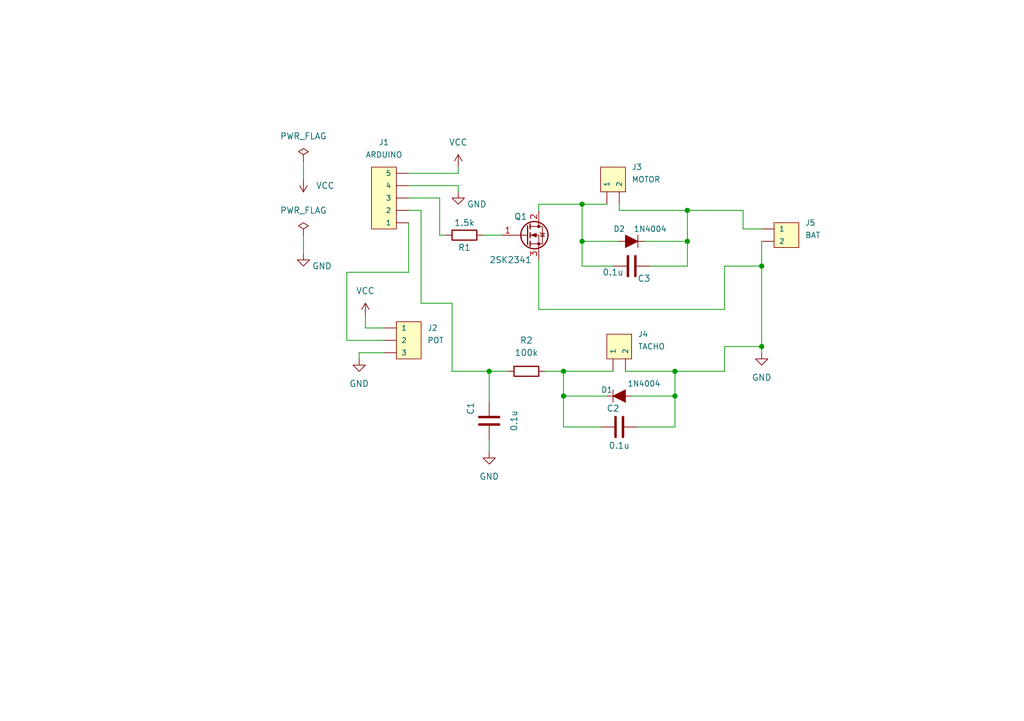
<source format=kicad_sch>
(kicad_sch (version 20211123) (generator eeschema)
  (paper "A5")
  (title_block (title "Test PCB") (date "2022-05-15"))
  (lib_symbols
    (symbol "Device:C" (pin_numbers hide) (pin_names (offset 0.254))
      (property "Reference" "C" (at 0.635 2.54 0))
      (property "Value" "C" (at 0.635 -2.54 0))
      (symbol "C_0_1"
        (polyline (pts (xy -2.032 -0.762) (xy 2.032 -0.762)) (stroke (width 0.508)))
        (polyline (pts (xy -2.032 0.762) (xy 2.032 0.762)) (stroke (width 0.508)))
      )
      (symbol "C_1_1"
        (pin passive line (at 0 3.81 270) (length 2.794) (name "~") (number "1"))
        (pin passive line (at 0 -3.81 90) (length 2.794) (name "~") (number "2"))
      )
    )
    (symbol "Device:R" (pin_numbers hide) (pin_names (offset 0))
      (property "Reference" "R" (at 2.032 0 90))
      (property "Value" "R" (at 0 0 90))
      (symbol "R_0_1"
        (rectangle (start -1.016 -2.54) (end 1.016 2.54) (stroke (width 0.254)))
      )
      (symbol "R_1_1"
        (pin passive line (at 0 3.81 270) (length 1.27) (name "~") (number "1"))
        (pin passive line (at 0 -3.81 90) (length 1.27) (name "~") (number "2"))
      )
    )
    (symbol "SparkFun-Connectors:CONN_02" (pin_numbers hide) (pin_names (offset 1.016))
      (property "Reference" "J" (at -5.08 5.08 0))
      (property "Value" "CONN_02" (at -5.08 -3.81 0))
      (property "Field4" "XXX-00000" (at 0 7.62 0))
      (symbol "CONN_02_1_0"
        (rectangle (start 0 -1.27) (end -5.08 3.81) (fill (type background)))
      )
      (symbol "CONN_02_1_1"
        (pin passive line (at 2.54 0 180) (length 2.54) (name "1") (number "1"))
        (pin passive line (at 2.54 2.54 180) (length 2.54) (name "2") (number "2"))
      )
    )
    (symbol "SparkFun-Connectors:CONN_03" (pin_numbers hide) (pin_names (offset 1.016))
      (property "Reference" "J" (at -5.08 7.62 0))
      (property "Value" "CONN_03" (at -5.08 -3.81 0))
      (property "Field4" "XXX-00000" (at 0 11.43 0))
      (symbol "CONN_03_0_1"
        (rectangle (start 0 -1.27) (end -5.08 6.35) (fill (type background)))
      )
      (symbol "CONN_03_1_1"
        (pin passive line (at 2.54 0 180) (length 2.54) (name "1") (number "1"))
        (pin passive line (at 2.54 2.54 180) (length 2.54) (name "2") (number "2"))
        (pin passive line (at 2.54 5.08 180) (length 2.54) (name "3") (number "3"))
      )
    )
    (symbol "SparkFun-Connectors:CONN_05" (pin_numbers hide) (pin_names (offset 1.016))
      (property "Reference" "J" (at -5.08 12.7 0))
      (property "Value" "CONN_05" (at -5.08 -3.81 0))
      (property "Field4" "XXX-00000" (at 0 16.51 0))
      (symbol "CONN_05_0_1"
        (rectangle (start 0 -1.27) (end -5.08 11.43) (fill (type background)))
      )
      (symbol "CONN_05_1_1"
        (pin passive line (at 2.54 0 180) (length 2.54) (name "1") (number "1"))
        (pin passive line (at 2.54 2.54 180) (length 2.54) (name "2") (number "2"))
        (pin passive line (at 2.54 5.08 180) (length 2.54) (name "3") (number "3"))
        (pin passive line (at 2.54 7.62 180) (length 2.54) (name "4") (number "4"))
        (pin passive line (at 2.54 10.16 180) (length 2.54) (name "5") (number "5"))
      )
    )
    (symbol "SparkFun-DiscreteSemi:DIODE-1N4148" (pin_numbers hide) (pin_names (offset 1.016) hide)
      (property "Reference" "D" (at -2.54 2.54 0))
      (property "Value" "DIODE-1N4148" (at -2.54 -3.81 0))
      (property "Field4" "DIO-08378" (at 0 6.35 0))
      (symbol "DIODE-1N4148_1_0"
        (polyline (pts (xy -2.54 0) (xy -1.27 0)))
        (polyline (pts (xy 1.27 0) (xy 1.27 -1.27)))
        (polyline (pts (xy 1.27 1.27) (xy 1.27 0)))
        (polyline (pts (xy 2.54 0) (xy 1.27 0)))
      )
      (symbol "DIODE-1N4148_1_1"
        (polyline (pts (xy -1.27 1.27) (xy 1.27 0) (xy 1.27 0) (xy -1.27 -1.27) (xy -1.27 -1.27) (xy -1.27 1.27)) (fill (type outline)))
        (pin passive line (at -2.54 0 0) (length 0) (name "A") (number "A"))
        (pin passive line (at 2.54 0 180) (length 0) (name "C") (number "C"))
      )
    )
    (symbol "Transistor_FET:IRF740" (pin_names hide)
      (property "Reference" "Q" (at 6.35 1.905 0))
      (property "Value" "IRF740" (at 6.35 0 0))
      (symbol "IRF740_0_1"
        (polyline (pts (xy 0.254 0) (xy -2.54 0)))
        (polyline (pts (xy 0.254 1.905) (xy 0.254 -1.905)) (stroke (width 0.254)))
        (polyline (pts (xy 0.762 -1.27) (xy 0.762 -2.286)) (stroke (width 0.254)))
        (polyline (pts (xy 0.762 0.508) (xy 0.762 -0.508)) (stroke (width 0.254)))
        (polyline (pts (xy 0.762 2.286) (xy 0.762 1.27)) (stroke (width 0.254)))
        (polyline (pts (xy 2.54 2.54) (xy 2.54 1.778)))
        (polyline (pts (xy 2.54 -2.54) (xy 2.54 0) (xy 0.762 0)))
        (polyline (pts (xy 0.762 -1.778) (xy 3.302 -1.778) (xy 3.302 1.778) (xy 0.762 1.778)))
        (polyline (pts (xy 1.016 0) (xy 2.032 0.381) (xy 2.032 -0.381) (xy 1.016 0)) (fill (type outline)))
        (polyline (pts (xy 2.794 0.508) (xy 2.921 0.381) (xy 3.683 0.381) (xy 3.81 0.254)))
        (polyline (pts (xy 3.302 0.381) (xy 2.921 -0.254) (xy 3.683 -0.254) (xy 3.302 0.381)))
        (circle (center 1.651 0) (radius 2.794) (stroke (width 0.254)))
        (circle (center 2.54 -1.778) (radius 0.254) (fill (type outline)))
        (circle (center 2.54 1.778) (radius 0.254) (fill (type outline)))
      )
      (symbol "IRF740_1_1"
        (pin input line (at -5.08 0 0) (length 2.54) (name "G") (number "1"))
        (pin passive line (at 2.54 5.08 270) (length 2.54) (name "D") (number "2"))
        (pin passive line (at 2.54 -5.08 90) (length 2.54) (name "S") (number "3"))
      )
    )
    (symbol "power:GND" (power) (pin_names (offset 0))
      (property "Value" "GND" (at 0 -3.81 0))
      (symbol "GND_0_1"
        (polyline (pts (xy 0 0) (xy 0 -1.27) (xy 1.27 -1.27) (xy 0 -2.54) (xy -1.27 -1.27) (xy 0 -1.27)))
      )
      (symbol "GND_1_1"
        (pin power_in line (at 0 0 270) (length 0) hide (name "GND") (number "1"))
      )
    )
    (symbol "power:PWR_FLAG" (power) (pin_numbers hide) (pin_names (offset 0) hide)
      (property "Value" "PWR_FLAG" (at 0 3.81 0))
      (symbol "PWR_FLAG_0_0"
        (pin power_out line (at 0 0 90) (length 0) (name "pwr") (number "1"))
      )
      (symbol "PWR_FLAG_0_1"
        (polyline (pts (xy 0 0) (xy 0 1.27) (xy -1.016 1.905) (xy 0 2.54) (xy 1.016 1.905) (xy 0 1.27)))
      )
    )
    (symbol "power:VCC" (power) (pin_names (offset 0))
      (property "Value" "VCC" (at 0 3.81 0))
      (symbol "VCC_0_1"
        (polyline (pts (xy -0.762 1.27) (xy 0 2.54)))
        (polyline (pts (xy 0 0) (xy 0 2.54)))
        (polyline (pts (xy 0 2.54) (xy 0.762 1.27)))
      )
      (symbol "VCC_1_1"
        (pin power_in line (at 0 0 90) (length 0) hide (name "VCC") (number "1"))
      )
    )
  )
  (junction (at 138.43 81.28))
  (junction (at 115.57 76.2))
  (junction (at 119.38 41.91))
  (junction (at 156.21 71.12))
  (junction (at 140.97 43.18))
  (junction (at 100.33 76.2))
  (junction (at 119.38 49.53))
  (junction (at 138.43 76.2))
  (junction (at 115.57 81.28))
  (junction (at 140.97 49.53))
  (junction (at 156.21 54.61))
  (wire (pts (xy 62.23 33.02) (xy 62.23 36.83)))
  (wire (pts (xy 125.73 54.61) (xy 119.38 54.61)))
  (wire (pts (xy 140.97 43.18) (xy 140.97 49.53)))
  (wire (pts (xy 138.43 76.2) (xy 138.43 81.28)))
  (wire (pts (xy 93.98 34.29) (xy 93.98 35.56)))
  (wire (pts (xy 90.17 48.26) (xy 91.44 48.26)))
  (wire (pts (xy 83.82 38.1) (xy 93.98 38.1)))
  (wire (pts (xy 86.36 43.18) (xy 86.36 62.23)))
  (wire (pts (xy 119.38 41.91) (xy 119.38 49.53)))
  (wire (pts (xy 138.43 76.2) (xy 148.59 76.2)))
  (wire (pts (xy 110.49 41.91) (xy 110.49 43.18)))
  (wire (pts (xy 93.98 35.56) (xy 83.82 35.56)))
  (wire (pts (xy 83.82 45.72) (xy 83.82 55.88)))
  (wire (pts (xy 152.4 43.18) (xy 152.4 46.99)))
  (wire (pts (xy 110.49 53.34) (xy 110.49 63.5)))
  (wire (pts (xy 124.46 81.28) (xy 115.57 81.28)))
  (wire (pts (xy 93.98 38.1) (xy 93.98 39.37)))
  (wire (pts (xy 99.06 48.26) (xy 102.87 48.26)))
  (wire (pts (xy 73.66 72.39) (xy 78.74 72.39)))
  (wire (pts (xy 156.21 49.53) (xy 156.21 54.61)))
  (wire (pts (xy 100.33 82.55) (xy 100.33 76.2)))
  (wire (pts (xy 92.71 76.2) (xy 100.33 76.2)))
  (wire (pts (xy 115.57 87.63) (xy 123.19 87.63)))
  (wire (pts (xy 156.21 71.12) (xy 156.21 72.39)))
  (wire (pts (xy 90.17 40.64) (xy 90.17 48.26)))
  (wire (pts (xy 62.23 48.26) (xy 62.23 52.07)))
  (wire (pts (xy 125.73 76.2) (xy 115.57 76.2)))
  (wire (pts (xy 128.27 76.2) (xy 138.43 76.2)))
  (wire (pts (xy 138.43 87.63) (xy 138.43 81.28)))
  (wire (pts (xy 124.46 41.91) (xy 119.38 41.91)))
  (wire (pts (xy 111.76 76.2) (xy 115.57 76.2)))
  (wire (pts (xy 148.59 76.2) (xy 148.59 71.12)))
  (wire (pts (xy 133.35 54.61) (xy 140.97 54.61)))
  (wire (pts (xy 132.08 49.53) (xy 140.97 49.53)))
  (wire (pts (xy 130.81 87.63) (xy 138.43 87.63)))
  (wire (pts (xy 73.66 73.66) (xy 73.66 72.39)))
  (wire (pts (xy 71.12 55.88) (xy 83.82 55.88)))
  (wire (pts (xy 148.59 71.12) (xy 156.21 71.12)))
  (wire (pts (xy 127 49.53) (xy 119.38 49.53)))
  (wire (pts (xy 83.82 40.64) (xy 90.17 40.64)))
  (wire (pts (xy 127 41.91) (xy 127 43.18)))
  (wire (pts (xy 115.57 76.2) (xy 115.57 81.28)))
  (wire (pts (xy 100.33 76.2) (xy 104.14 76.2)))
  (wire (pts (xy 152.4 46.99) (xy 156.21 46.99)))
  (wire (pts (xy 140.97 43.18) (xy 152.4 43.18)))
  (wire (pts (xy 140.97 49.53) (xy 140.97 54.61)))
  (wire (pts (xy 119.38 41.91) (xy 110.49 41.91)))
  (wire (pts (xy 78.74 69.85) (xy 71.12 69.85)))
  (wire (pts (xy 86.36 62.23) (xy 92.71 62.23)))
  (wire (pts (xy 71.12 69.85) (xy 71.12 55.88)))
  (wire (pts (xy 119.38 49.53) (xy 119.38 54.61)))
  (wire (pts (xy 115.57 81.28) (xy 115.57 87.63)))
  (wire (pts (xy 156.21 54.61) (xy 156.21 71.12)))
  (wire (pts (xy 148.59 63.5) (xy 148.59 54.61)))
  (wire (pts (xy 74.93 67.31) (xy 74.93 64.77)))
  (wire (pts (xy 148.59 54.61) (xy 156.21 54.61)))
  (wire (pts (xy 127 43.18) (xy 140.97 43.18)))
  (wire (pts (xy 129.54 81.28) (xy 138.43 81.28)))
  (wire (pts (xy 83.82 43.18) (xy 86.36 43.18)))
  (wire (pts (xy 110.49 63.5) (xy 148.59 63.5)))
  (wire (pts (xy 78.74 67.31) (xy 74.93 67.31)))
  (wire (pts (xy 100.33 90.17) (xy 100.33 92.71)))
  (wire (pts (xy 92.71 62.23) (xy 92.71 76.2)))
  (symbol (lib_id "Device:R") (at 107.95 76.2 90) (unit 1)
    (property "Reference" "R2" (at 107.95 69.85 90))
    (property "Value" "100k" (at 107.95 72.39 90))
    (property "Footprint" "Resistor_THT:R_Axial_DIN0204_L3.6mm_D1.6mm_P5.08mm_Horizontal" (effects hide))
  )
  (symbol (lib_id "Device:R") (at 95.25 48.26 90) (unit 1)
    (property "Reference" "R1" (at 95.25 50.8 90))
    (property "Value" "1.5k" (at 95.25 45.72 90))
    (property "Footprint" "Resistor_THT:R_Axial_DIN0204_L3.6mm_D1.6mm_P5.08mm_Horizontal" (effects hide))
  )
  (symbol (lib_id "Transistor_FET:IRF740") (at 107.95 48.26 0) (unit 1)
    (property "Reference" "Q1" (at 105.41 44.45 0) (effects (justify left)))
    (property "Value" "2SK2341" (at 100.33 53.34 0) (effects (justify left)))
    (property "Footprint" "Package_TO_SOT_THT:TO-220-3_Vertical" (effects hide))
    (property "Datasheet" "http://www.vishay.com/docs/91054/91054.pdf" (effects hide))
  )
  (symbol (lib_id "SparkFun-Connectors:CONN_02") (at 158.75 46.99 180) (unit 1)
    (property "Reference" "J5" (at 165.1 45.72 0) (effects (font (size 1.143 1.143)) (justify right)))
    (property "Value" "BAT" (at 165.1 48.26 0) (effects (font (size 1.143 1.143)) (justify right)))
    (property "Footprint" "Connector_PinHeader_2.54mm:PinHeader_1x02_P2.54mm_Vertical" (effects hide))
    (property "Field4" "XXX-00000" (effects hide))
  )
  (symbol (lib_id "power:GND") (at 93.98 39.37 0) (unit 1)
    (property "Reference" "#PWR06" (effects hide))
    (property "Value" "GND" (at 97.79 41.91 0))
  )
  (symbol (lib_id "power:GND") (at 156.21 72.39 0) (unit 1)
    (property "Reference" "#PWR08" (effects hide))
    (property "Value" "GND" (at 156.21 77.47 0))
  )
  (symbol (lib_id "power:VCC") (at 93.98 34.29 0) (unit 1)
    (property "Reference" "#PWR05" (effects hide))
    (property "Value" "VCC" (at 93.98 29.21 0))
  )
  (symbol (lib_id "power:VCC") (at 62.23 36.83 180) (unit 1)
    (property "Reference" "#PWR01" (effects hide))
    (property "Value" "VCC" (at 64.77 38.0999 0) (effects (justify right)))
  )
  (symbol (lib_id "SparkFun-Connectors:CONN_02") (at 124.46 39.37 270) (unit 1)
    (property "Reference" "J3" (at 129.54 34.29 90) (effects (font (size 1.143 1.143)) (justify left)))
    (property "Value" "MOTOR" (at 129.54 36.83 90) (effects (font (size 1.143 1.143)) (justify left)))
    (property "Footprint" "Connector_PinHeader_2.54mm:PinHeader_1x02_P2.54mm_Vertical" (effects hide))
    (property "Field4" "XXX-00000" (effects hide))
  )
  (symbol (lib_id "Device:C") (at 100.33 86.36 0) (unit 1)
    (property "Reference" "C1" (at 96.52 83.82 90))
    (property "Value" "0.1u" (at 105.41 86.36 90))
    (property "Footprint" "Capacitor_THT:C_Axial_L3.8mm_D2.6mm_P7.50mm_Horizontal" (effects hide))
  )
  (symbol (lib_id "SparkFun-DiscreteSemi:DIODE-1N4148") (at 127 81.28 180) (unit 1)
    (property "Reference" "D1" (at 124.46 80.01 0) (effects (font (size 1.143 1.143))))
    (property "Value" "1N4004" (at 132.08 78.74 0) (effects (font (size 1.143 1.143))))
    (property "Footprint" "Silicon-Custom:DIODE-1N4148" (effects hide))
    (property "Field4" "DIO-08378" (effects hide))
  )
  (symbol (lib_id "Device:C") (at 127 87.63 90) (unit 1)
    (property "Reference" "C2" (at 125.73 83.82 90))
    (property "Value" "0.1u" (at 127 91.44 90))
    (property "Footprint" "Capacitor_THT:C_Axial_L3.8mm_D2.6mm_P7.50mm_Horizontal" (effects hide))
  )
  (symbol (lib_id "power:VCC") (at 74.93 64.77 0) (unit 1)
    (property "Reference" "#PWR04" (effects hide))
    (property "Value" "VCC" (at 74.93 59.69 0))
  )
  (symbol (lib_id "power:GND") (at 73.66 73.66 0) (unit 1)
    (property "Reference" "#PWR03" (effects hide))
    (property "Value" "GND" (at 73.66 78.74 0))
  )
  (symbol (lib_id "power:PWR_FLAG") (at 62.23 48.26 0) (unit 1)
    (property "Reference" "#FLG02" (effects hide))
    (property "Value" "PWR_FLAG" (at 62.23 43.18 0))
  )
  (symbol (lib_id "SparkFun-Connectors:CONN_05") (at 81.28 45.72 0) (unit 1)
    (property "Reference" "J1" (at 78.74 29.21 0) (effects (font (size 1.143 1.143))))
    (property "Value" "ARDUINO" (at 78.74 31.75 0) (effects (font (size 1.143 1.143))))
    (property "Footprint" "Connector_PinHeader_2.54mm:PinHeader_1x05_P2.54mm_Vertical" (effects hide))
    (property "Field4" "XXX-00000" (effects hide))
  )
  (symbol (lib_id "power:GND") (at 100.33 92.71 0) (unit 1)
    (property "Reference" "#PWR07" (effects hide))
    (property "Value" "GND" (at 100.33 97.79 0))
  )
  (symbol (lib_id "power:PWR_FLAG") (at 62.23 33.02 0) (unit 1)
    (property "Reference" "#FLG01" (effects hide))
    (property "Value" "PWR_FLAG" (at 62.23 27.94 0))
  )
  (symbol (lib_id "Device:C") (at 129.54 54.61 90) (unit 1)
    (property "Reference" "C3" (at 132.08 57.15 90))
    (property "Value" "0.1u" (at 125.73 55.88 90))
    (property "Footprint" "Capacitor_THT:C_Axial_L3.8mm_D2.6mm_P7.50mm_Horizontal" (effects hide))
  )
  (symbol (lib_id "SparkFun-Connectors:CONN_03") (at 81.28 67.31 180) (unit 1)
    (property "Reference" "J2" (at 87.63 67.31 0) (effects (font (size 1.143 1.143)) (justify right)))
    (property "Value" "POT" (at 87.63 69.85 0) (effects (font (size 1.143 1.143)) (justify right)))
    (property "Footprint" "Connector_PinHeader_2.54mm:PinHeader_1x03_P2.54mm_Vertical" (effects hide))
    (property "Field4" "XXX-00000" (effects hide))
  )
  (symbol (lib_id "SparkFun-Connectors:CONN_02") (at 125.73 73.66 270) (unit 1)
    (property "Reference" "J4" (at 130.81 68.58 90) (effects (font (size 1.143 1.143)) (justify left)))
    (property "Value" "TACHO" (at 130.81 71.12 90) (effects (font (size 1.143 1.143)) (justify left)))
    (property "Footprint" "Connector_PinHeader_2.54mm:PinHeader_1x02_P2.54mm_Vertical" (effects hide))
    (property "Field4" "XXX-00000" (effects hide))
  )
  (symbol (lib_id "power:GND") (at 62.23 52.07 0) (unit 1)
    (property "Reference" "#PWR02" (effects hide))
    (property "Value" "GND" (at 66.04 54.61 0))
  )
  (symbol (lib_id "SparkFun-DiscreteSemi:DIODE-1N4148") (at 129.54 49.53 0) (unit 1)
    (property "Reference" "D2" (at 127 46.99 0) (effects (font (size 1.143 1.143))))
    (property "Value" "1N4004" (at 133.35 46.99 0) (effects (font (size 1.143 1.143))))
    (property "Footprint" "Silicon-Custom:DIODE-1N4148" (effects hide))
    (property "Field4" "DIO-08378" (effects hide))
  )
)
</source>
